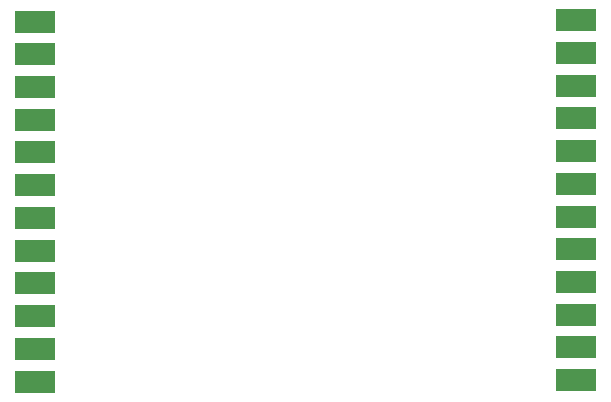
<source format=gbr>
%TF.GenerationSoftware,KiCad,Pcbnew,(6.0.2)*%
%TF.CreationDate,2022-08-16T14:57:48-05:00*%
%TF.ProjectId,REF1300,52454631-3330-4302-9e6b-696361645f70,rev?*%
%TF.SameCoordinates,Original*%
%TF.FileFunction,Paste,Bot*%
%TF.FilePolarity,Positive*%
%FSLAX46Y46*%
G04 Gerber Fmt 4.6, Leading zero omitted, Abs format (unit mm)*
G04 Created by KiCad (PCBNEW (6.0.2)) date 2022-08-16 14:57:48*
%MOMM*%
%LPD*%
G01*
G04 APERTURE LIST*
%ADD10R,3.480000X1.846667*%
G04 APERTURE END LIST*
D10*
%TO.C,J2*%
X168877000Y-84528000D03*
X168877000Y-87298000D03*
X168877000Y-90068000D03*
X168877000Y-92838000D03*
X168877000Y-95608000D03*
X168877000Y-98378000D03*
X168877000Y-101148000D03*
X168877000Y-103918000D03*
X168877000Y-106688000D03*
X168877000Y-109458000D03*
X168877000Y-112228000D03*
X168877000Y-114998000D03*
%TD*%
%TO.C,J1*%
X123059000Y-115108000D03*
X123059000Y-112338000D03*
X123059000Y-109568000D03*
X123059000Y-106798000D03*
X123059000Y-104028000D03*
X123059000Y-101258000D03*
X123059000Y-98488000D03*
X123059000Y-95718000D03*
X123059000Y-92948000D03*
X123059000Y-90178000D03*
X123059000Y-87408000D03*
X123059000Y-84638000D03*
%TD*%
M02*

</source>
